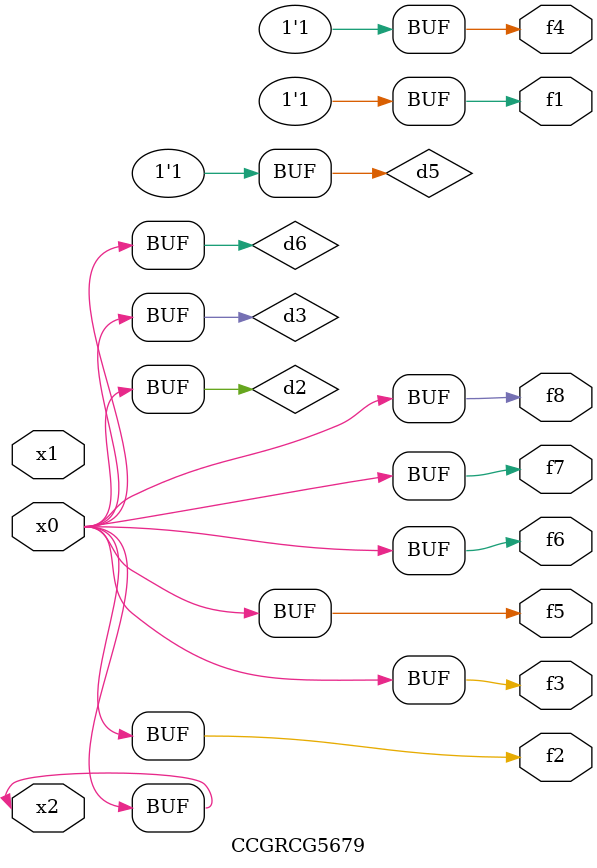
<source format=v>
module CCGRCG5679(
	input x0, x1, x2,
	output f1, f2, f3, f4, f5, f6, f7, f8
);

	wire d1, d2, d3, d4, d5, d6;

	xnor (d1, x2);
	buf (d2, x0, x2);
	and (d3, x0);
	xnor (d4, x1, x2);
	nand (d5, d1, d3);
	buf (d6, d2, d3);
	assign f1 = d5;
	assign f2 = d6;
	assign f3 = d6;
	assign f4 = d5;
	assign f5 = d6;
	assign f6 = d6;
	assign f7 = d6;
	assign f8 = d6;
endmodule

</source>
